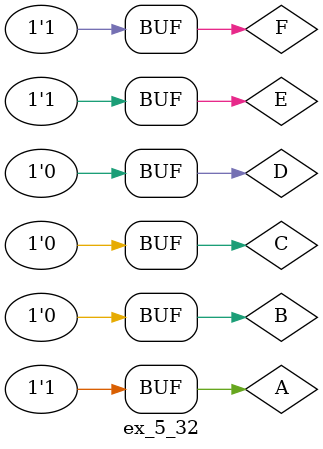
<source format=v>
module ex_5_32;
    reg A, B, C, D, E, F;
    reg A1, B1, C1, D1, E1, F1;

    initial 
    begin
        A = 1; B = 0; C = 0; D = 0; E = 1; F = 1;
    end

endmodule
</source>
